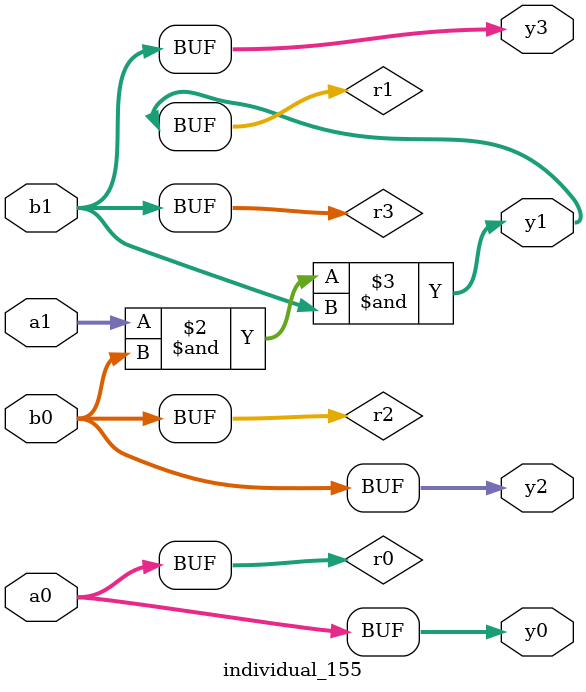
<source format=sv>
module individual_155(input logic [15:0] a1, input logic [15:0] a0, input logic [15:0] b1, input logic [15:0] b0, output logic [15:0] y3, output logic [15:0] y2, output logic [15:0] y1, output logic [15:0] y0);
logic [15:0] r0, r1, r2, r3; 
 always@(*) begin 
	 r0 = a0; r1 = a1; r2 = b0; r3 = b1; 
 	 r1  &=  r2 ;
 	 r1  &=  b1 ;
 	 y3 = r3; y2 = r2; y1 = r1; y0 = r0; 
end
endmodule
</source>
